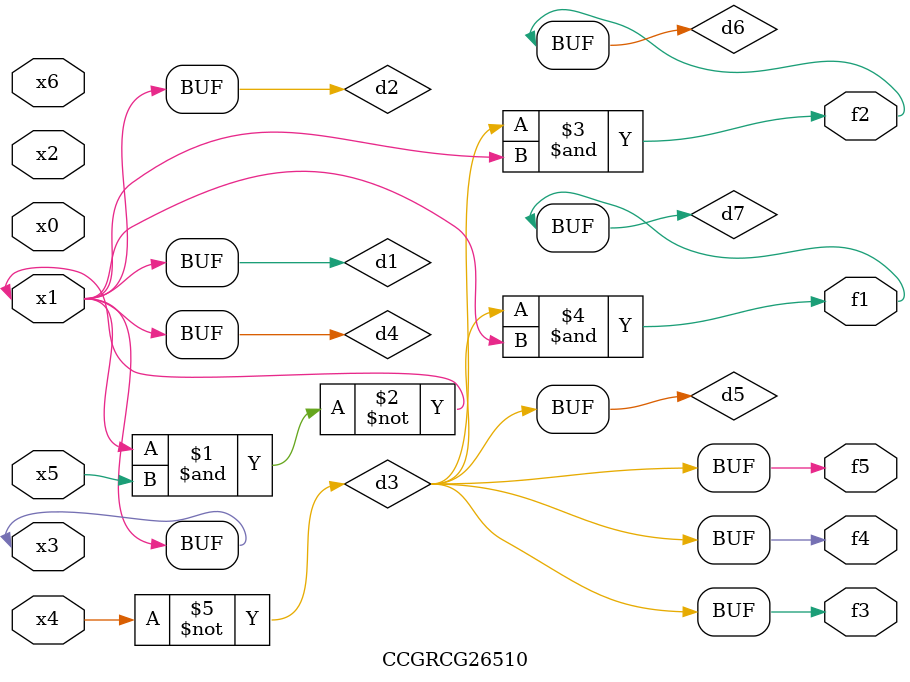
<source format=v>
module CCGRCG26510(
	input x0, x1, x2, x3, x4, x5, x6,
	output f1, f2, f3, f4, f5
);

	wire d1, d2, d3, d4, d5, d6, d7;

	buf (d1, x1, x3);
	nand (d2, x1, x5);
	not (d3, x4);
	buf (d4, d1, d2);
	buf (d5, d3);
	and (d6, d3, d4);
	and (d7, d3, d4);
	assign f1 = d7;
	assign f2 = d6;
	assign f3 = d5;
	assign f4 = d5;
	assign f5 = d5;
endmodule

</source>
